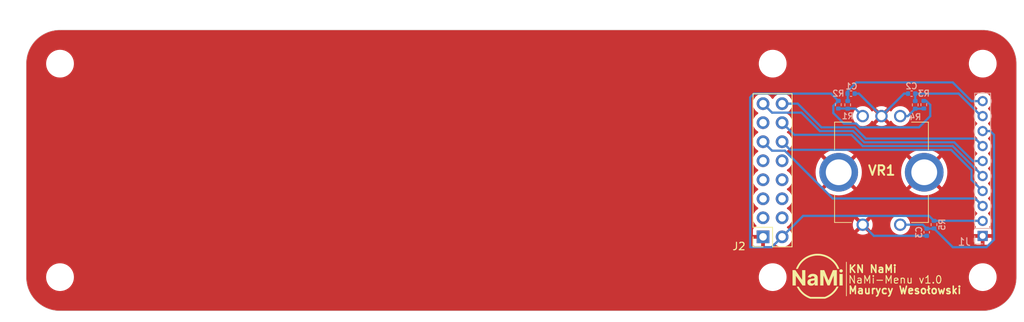
<source format=kicad_pcb>
(kicad_pcb (version 20240108) (generator "pcbnew") (generator_version "8.0")
  (layers (0 "F.Cu" signal) (31 "B.Cu" power) (34 "B.Paste" user) (35 "F.Paste" user) (36 "B.SilkS" user "B.Silkscreen") (37 "F.SilkS" user "F.Silkscreen") (38 "B.Mask" user) (39 "F.Mask" user) (44 "Edge.Cuts" user))
  (net 0 "")
  (net 1 "SIG A OUT")
  (net 2 "GND")
  (net 3 "SIG B OUT")
  (net 4 "S1")
  (net 5 "RESET")
  (net 6 "DC")
  (net 7 "SCLK")
  (net 8 "MOSI")
  (net 9 "CS")
  (net 19 "VCC")
  (net 20 "Net-(VR1-B)")
  (net 21 "Net-(VR1-A)")
  (footprint "Connector_PinSocket_2.54mm:PinSocket_2x08_P2.54mm_Vertical" (layer "F.Cu") (at 149.715238 127.619619 180)
    (property "Reference" "J2" (at 3.209241 -1.266431 0) (layer "F.SilkS"))
    (property "Value" "Conn_02x08_Odd_Even")
    (fp_line (start 1.33 1.27) (end 1.33 19.11) (stroke (width 0.12)) (layer "F.SilkS"))
    (fp_line (start 1.33 -1.33) (end 1.33 0) (stroke (width 0.12)) (layer "F.SilkS"))
    (fp_line (start 0 -1.33) (end 1.33 -1.33) (stroke (width 0.12)) (layer "F.SilkS"))
    (fp_line (start -1.27 1.27) (end 1.33 1.27) (stroke (width 0.12)) (layer "F.SilkS"))
    (fp_line (start -1.27 -1.33) (end -1.27 1.27) (stroke (width 0.12)) (layer "F.SilkS"))
    (fp_line (start -3.87 19.11) (end 1.33 19.11) (stroke (width 0.12)) (layer "F.SilkS"))
    (fp_line (start -3.87 -1.33) (end -1.27 -1.33) (stroke (width 0.12)) (layer "F.SilkS"))
    (fp_line (start -3.87 -1.33) (end -3.87 19.11) (stroke (width 0.12)) (layer "F.SilkS"))
    (pad "1" thru_hole rect (at 0 0 180) (size 1.7 1.7) (drill 1) (layers "*.Cu" "*.Mask") (net 2 "GND"))
    (pad "2" thru_hole oval (at -2.54 0 180) (size 1.7 1.7) (drill 1) (layers "*.Cu" "*.Mask") (net 19 "VCC"))
    (pad "3" thru_hole oval (at 0 2.54 180) (size 1.7 1.7) (drill 1) (layers "*.Cu" "*.Mask"))
    (pad "4" thru_hole oval (at -2.54 2.54 180) (size 1.7 1.7) (drill 1) (layers "*.Cu" "*.Mask"))
    (pad "5" thru_hole oval (at 0 5.08 180) (size 1.7 1.7) (drill 1) (layers "*.Cu" "*.Mask"))
    (pad "6" thru_hole oval (at -2.54 5.08 180) (size 1.7 1.7) (drill 1) (layers "*.Cu" "*.Mask"))
    (pad "7" thru_hole oval (at 0 7.62 180) (size 1.7 1.7) (drill 1) (layers "*.Cu" "*.Mask"))
    (pad "8" thru_hole oval (at -2.54 7.62 180) (size 1.7 1.7) (drill 1) (layers "*.Cu" "*.Mask"))
    (pad "9" thru_hole oval (at 0 10.16 180) (size 1.7 1.7) (drill 1) (layers "*.Cu" "*.Mask"))
    (pad "10" thru_hole oval (at -2.54 10.16 180) (size 1.7 1.7) (drill 1) (layers "*.Cu" "*.Mask"))
    (pad "11" thru_hole oval (at 0 12.7 180) (size 1.7 1.7) (drill 1) (layers "*.Cu" "*.Mask") (net 8 "MOSI"))
    (pad "12" thru_hole oval (at -2.54 12.7 180) (size 1.7 1.7) (drill 1) (layers "*.Cu" "*.Mask") (net 7 "SCLK"))
    (pad "13" thru_hole oval (at 0 15.24 180) (size 1.7 1.7) (drill 1) (layers "*.Cu" "*.Mask"))
    (pad "14" thru_hole oval (at -2.54 15.24 180) (size 1.7 1.7) (drill 1) (layers "*.Cu" "*.Mask") (net 6 "DC"))
    (pad "15" thru_hole oval (at 0 17.78 180) (size 1.7 1.7) (drill 1) (layers "*.Cu" "*.Mask") (net 5 "RESET"))
    (pad "16" thru_hole oval (at -2.54 17.78 180) (size 1.7 1.7) (drill 1) (layers "*.Cu" "*.Mask") (net 9 "CS"))
  )
  (footprint "MountingHole:MountingHole_3.2mm_M3" (layer "F.Cu") (at 179 133)
    (property "Reference" "H6" (hide yes))
    (property "Value" "MountingHole")
    (pad "" np_thru_hole circle (at 0 0) (size 3.2 3.2) (drill 3.2) (layers "*.Cu" "*.Mask"))
  )
  (footprint "MountingHole:MountingHole_3.2mm_M3" (layer "F.Cu") (at 151 133)
    (property "Reference" "H4" (hide yes))
    (property "Value" "MountingHole")
    (pad "" np_thru_hole circle (at 0 0) (size 3.2 3.2) (drill 3.2) (layers "*.Cu" "*.Mask"))
  )
  (footprint "MountingHole:MountingHole_3.2mm_M3" (layer "F.Cu") (at 56 104.5)
    (property "Reference" "H1" (hide yes))
    (property "Value" "MountingHole")
    (pad "" np_thru_hole circle (at 0 0) (size 3.2 3.2) (drill 3.2) (layers "*.Cu" "*.Mask"))
  )
  (footprint "Symbol:NaMi-logo" (layer "F.Cu") (at 156.99165 132.875231)
    (property "Reference" "G***" (hide yes))
    (property "Value" "LOGO" (hide yes))
    (fp_poly (pts (xy 3.337835 0.469408) (xy 3.339872 1.238439) (xy 3.124064 1.238439) (xy 2.908256 1.238439) (xy 2.910293 0.469408) (xy 2.912331 -0.299623) (xy 3.124064 -0.299623) (xy 3.335797 -0.299623)) (fill solid) (layer "F.SilkS"))
    (fp_poly (pts (xy 3.156049 -0.924579) (xy 3.208801 -0.911995) (xy 3.258058 -0.886694) (xy 3.284805 -0.865254) (xy 3.322237 -0.822943) (xy 3.345169 -0.778376) (xy 3.35505 -0.728361) (xy 3.355694 -0.709194) (xy 3.348207 -0.653796) (xy 3.327279 -0.603964) (xy 3.29494 -0.561262) (xy 3.253219 -0.527254) (xy 3.204146 -0.503502) (xy 3.14975 -0.49157) (xy 3.09206 -0.493022) (xy 3.078259 -0.495471) (xy 3.021509 -0.514347) (xy 2.973632 -0.544443) (xy 2.93591 -0.583765) (xy 2.909624 -0.630322) (xy 2.896054 -0.682121) (xy 2.896482 -0.737169) (xy 2.903091 -0.767912) (xy 2.925458 -0.818544) (xy 2.959003 -0.860199) (xy 3.00128 -0.892253) (xy 3.049843 -0.914084) (xy 3.102248 -0.925067)) (fill solid) (layer "F.SilkS"))
    (fp_poly (pts (xy -2.93839 -0.767768) (xy -2.928866 -0.754226) (xy -2.911033 -0.728521) (xy -2.885599 -0.691682) (xy -2.853272 -0.644741) (xy -2.814758 -0.588726) (xy -2.770765 -0.524669) (xy -2.722 -0.4536) (xy -2.669172 -0.376548) (xy -2.612988 -0.294544) (xy -2.554154 -0.208617) (xy -2.496855 -0.124879) (xy -2.436916 -0.037412) (xy -2.379417 0.046193) (xy -2.325011 0.125005) (xy -2.27435 0.198091) (xy -2.228088 0.264519) (xy -2.186876 0.323359) (xy -2.151369 0.373677) (xy -2.122218 0.414542) (xy -2.100077 0.445021) (xy -2.085598 0.464184) (xy -2.079434 0.471097) (xy -2.07938 0.471106) (xy -2.077504 0.468172) (xy -2.075863 0.458673) (xy -2.074442 0.441743) (xy -2.07323 0.416517) (xy -2.072211 0.38213) (xy -2.071374 0.337714) (xy -2.070704 0.282406) (xy -2.070188 0.215339) (xy -2.069812 0.135648) (xy -2.069563 0.042467) (xy -2.069429 -0.06507) (xy -2.069393 -0.171784) (xy -2.069393 -0.814974) (xy -1.853665 -0.814974) (xy -1.637937 -0.814974) (xy -1.637937 0.211733) (xy -1.637937 1.238439) (xy -1.827698 1.238048) (xy -2.017458 1.237657) (xy -2.4609 0.594158) (xy -2.904341 -0.049341) (xy -2.906386 0.594549) (xy -2.908431 1.238439) (xy -3.128107 1.238439) (xy -3.347782 1.238439) (xy -3.347782 0.211733) (xy -3.347782 -0.814974) (xy -3.160111 -0.814974) (xy -2.972439 -0.814974)) (fill solid) (layer "F.SilkS"))
    (fp_poly (pts (xy -2.476681 1.46815) (xy -2.443664 1.524956) (xy -2.403011 1.590046) (xy -2.357382 1.659483) (xy -2.309434 1.729328) (xy -2.261825 1.795642) (xy -2.217215 1.854489) (xy -2.20838 1.865649) (xy -2.172186 1.908713) (xy -2.126807 1.959199) (xy -2.074847 2.014498) (xy -2.018905 2.071999) (xy -1.961582 2.129091) (xy -1.90548 2.183164) (xy -1.8532 2.231606) (xy -1.807342 2.271809) (xy -1.787322 2.288253) (xy -1.610677 2.419142) (xy -1.427885 2.535297) (xy -1.238976 2.636699) (xy -1.048033 2.721706) (xy -0.94152 2.764517) (xy 0.003995 2.764517) (xy 0.94951 2.764517) (xy 1.056022 2.721711) (xy 1.248968 2.635627) (xy 1.434423 2.535688) (xy 1.611661 2.422516) (xy 1.779958 2.296733) (xy 1.938587 2.158962) (xy 2.086823 2.009825) (xy 2.223941 1.849944) (xy 2.349215 1.679941) (xy 2.443617 1.5317) (xy 2.464966 1.495211) (xy 2.484084 1.46152) (xy 2.499042 1.434094) (xy 2.507911 1.416401) (xy 2.508537 1.414946) (xy 2.518768 1.390248) (xy 2.653627 1.390248) (xy 2.698033 1.390506) (xy 2.736283 1.39122) (xy 2.765776 1.392301) (xy 2.783907 1.393661) (xy 2.788487 1.394848) (xy 2.785047 1.403292) (xy 2.775634 1.423137) (xy 2.761611 1.451585) (xy 2.744339 1.48584) (xy 2.740828 1.492725) (xy 2.6397 1.674733) (xy 2.526355 1.848459) (xy 2.399902 2.015101) (xy 2.259453 2.175858) (xy 2.152282 2.285579) (xy 1.990804 2.433636) (xy 1.822588 2.567673) (xy 1.646622 2.688333) (xy 1.461898 2.796257) (xy 1.267404 2.892089) (xy 1.071565 2.972929) (xy 0.988585 3.004215) (xy 0.000914 3.003816) (xy -0.986757 3.003417) (xy -1.058666 2.97722) (xy -1.2579 2.896204) (xy -1.451142 2.800782) (xy -1.637493 2.691695) (xy -1.816053 2.569683) (xy -1.985919 2.435487) (xy -2.146193 2.289849) (xy -2.295972 2.133509) (xy -2.434357 1.967208) (xy -2.560447 1.791687) (xy -2.627001 1.686927) (xy -2.651152 1.646232) (xy -2.676426 1.602178) (xy -2.701549 1.557149) (xy -2.725248 1.513529) (xy -2.746249 1.473702) (xy -2.76328 1.440052) (xy -2.775067 1.414963) (xy -2.780337 1.400819) (xy -2.780497 1.399511) (xy -2.775108 1.395745) (xy -2.758135 1.393028) (xy -2.728367 1.391272) (xy -2.684593 1.390392) (xy -2.650066 1.390248) (xy -2.519635 1.390248)) (fill solid) (layer "F.SilkS"))
    (fp_poly (pts (xy 0.055929 -2.993971) (xy 0.146336 -2.992007) (xy 0.224524 -2.989105) (xy 0.294245 -2.984879) (xy 0.359252 -2.978943) (xy 0.423295 -2.97091) (xy 0.490127 -2.960396) (xy 0.5635 -2.947013) (xy 0.619703 -2.935944) (xy 0.831949 -2.885207) (xy 1.038651 -2.819788) (xy 1.239167 -2.740219) (xy 1.432855 -2.647026) (xy 1.619071 -2.54074) (xy 1.797172 -2.421889) (xy 1.966517 -2.291003) (xy 2.126462 -2.14861) (xy 2.276366 -1.99524) (xy 2.415584 -1.831421) (xy 2.543475 -1.657682) (xy 2.659395 -1.474554) (xy 2.762703 -1.282564) (xy 2.843104 -1.105661) (xy 2.858587 -1.068138) (xy 2.87213 -1.034601) (xy 2.882348 -1.008531) (xy 2.887854 -0.99341) (xy 2.888058 -0.99275) (xy 2.893433 -0.974772) (xy 2.766499 -0.974772) (xy 2.639566 -0.974772) (xy 2.612876 -1.036694) (xy 2.52308 -1.225926) (xy 2.420621 -1.406043) (xy 2.304972 -1.577819) (xy 2.175607 -1.742026) (xy 2.031999 -1.899437) (xy 2.009666 -1.92204) (xy 1.851801 -2.069317) (xy 1.686065 -2.202696) (xy 1.512566 -2.322123) (xy 1.331418 -2.427544) (xy 1.142729 -2.518903) (xy 0.94661 -2.596147) (xy 0.743173 -2.659222) (xy 0.532528 -2.708072) (xy 0.351557 -2.737876) (xy 0.302968 -2.742952) (xy 0.24165 -2.747024) (xy 0.170822 -2.750072) (xy 0.093705 -2.752078) (xy 0.01352 -2.753022) (xy -0.066515 -2.752886) (xy -0.143178 -2.751651) (xy -0.21325 -2.749297) (xy -0.273511 -2.745805) (xy -0.315603 -2.741809) (xy -0.530347 -2.707808) (xy -0.739382 -2.659063) (xy -0.942199 -2.595874) (xy -1.138289 -2.518544) (xy -1.327142 -2.427373) (xy -1.508251 -2.322663) (xy -1.681105 -2.204716) (xy -1.845196 -2.073832) (xy -2.000014 -1.930313) (xy -2.145051 -1.774461) (xy -2.279797 -1.606576) (xy -2.315196 -1.558037) (xy -2.360621 -1.491178) (xy -2.408551 -1.414856) (xy -2.456972 -1.332702) (xy -2.503869 -1.248349) (xy -2.547229 -1.165427) (xy -2.585038 -1.08757) (xy -2.615282 -1.018409) (xy -2.617557 -1.012754) (xy -2.632683 -0.974832) (xy -2.762162 -0.974802) (xy -2.89164 -0.974772) (xy -2.872712 -1.024709) (xy -2.833493 -1.120947) (xy -2.786459 -1.224425) (xy -2.734107 -1.330179) (xy -2.678935 -1.433244) (xy -2.623441 -1.528656) (xy -2.601142 -1.564462) (xy -2.476099 -1.746231) (xy -2.339383 -1.917687) (xy -2.191709 -2.078353) (xy -2.033794 -2.227753) (xy -1.86635 -2.36541) (xy -1.690095 -2.490846) (xy -1.505742 -2.603585) (xy -1.314006 -2.703151) (xy -1.115603 -2.789065) (xy -0.911247 -2.860853) (xy -0.701653 -2.918035) (xy -0.515351 -2.955575) (xy -0.428015 -2.969334) (xy -0.346676 -2.979844) (xy -0.267387 -2.987371) (xy -0.186205 -2.99218) (xy -0.099183 -2.994537) (xy -0.002376 -2.994706)) (fill solid) (layer "F.SilkS"))
    (fp_poly (pts (xy 0.89126 -0.789114) (xy 0.896053 -0.777963) (xy 0.906439 -0.753125) (xy 0.921963 -0.715706) (xy 0.942171 -0.66681) (xy 0.966607 -0.607542) (xy 0.994817 -0.539007) (xy 1.026346 -0.462309) (xy 1.060739 -0.378554) (xy 1.097541 -0.288846) (xy 1.136298 -0.19429) (xy 1.173324 -0.103883) (xy 1.226521 0.025747) (xy 1.274319 0.141571) (xy 1.316665 0.243466) (xy 1.353507 0.331305) (xy 1.38479 0.404965) (xy 1.410462 0.46432) (xy 1.430469 0.509246) (xy 1.444759 0.539618) (xy 1.453277 0.55531) (xy 1.455427 0.557632) (xy 1.459308 0.554507) (xy 1.46602 0.543659) (xy 1.475874 0.524364) (xy 1.489185 0.495898) (xy 1.506267 0.457538) (xy 1.527432 0.408558) (xy 1.552994 0.348236) (xy 1.583267 0.275847) (xy 1.618564 0.190667) (xy 1.659198 0.091972) (xy 1.69758 -0.00165) (xy 1.735921 -0.0953) (xy 1.77367 -0.187478) (xy 1.810211 -0.276682) (xy 1.844929 -0.36141) (xy 1.877209 -0.440162) (xy 1.906436 -0.511437) (xy 1.931992 -0.573732) (xy 1.953265 -0.625547) (xy 1.969637 -0.66538) (xy 1.97942 -0.689132) (xy 2.031356 -0.814974) (xy 2.298062 -0.814974) (xy 2.564769 -0.814974) (xy 2.564769 0.211733) (xy 2.564769 1.238439) (xy 2.353035 1.238439) (xy 2.141302 1.238439) (xy 2.141302 0.575275) (xy 2.141232 0.473878) (xy 2.141027 0.377209) (xy 2.1407 0.286441) (xy 2.14026 0.202748) (xy 2.139718 0.127304) (xy 2.139085 0.061283) (xy 2.138371 0.005859) (xy 2.137587 -0.037794) (xy 2.136743 -0.068503) (xy 2.135851 -0.085093) (xy 2.13531 -0.087784) (xy 2.131528 -0.080518) (xy 2.122275 -0.059458) (xy 2.107984 -0.025659) (xy 2.089085 0.019825) (xy 2.066008 0.075938) (xy 2.039186 0.141625) (xy 2.009049 0.215829) (xy 1.976027 0.297496) (xy 1.940553 0.38557) (xy 1.903056 0.478997) (xy 1.866099 0.571386) (xy 1.602881 1.23045) (xy 1.457404 1.23045) (xy 1.311928 1.23045) (xy 1.050469 0.573277) (xy 1.011597 0.475683) (xy 0.974316 0.3823) (xy 0.939061 0.294201) (xy 0.906265 0.212461) (xy 0.87636 0.138151) (xy 0.849782 0.072347) (xy 0.826963 0.016121) (xy 0.808336 -0.029453) (xy 0.794336 -0.063302) (xy 0.785396 -0.084351) (xy 0.782017 -0.091485) (xy 0.78089 -0.084918) (xy 0.779831 -0.063373) (xy 0.778848 -0.027855) (xy 0.777954 0.020635) (xy 0.777159 0.081093) (xy 0.776473 0.152517) (xy 0.775907 0.233903) (xy 0.775472 0.32425) (xy 0.775178 0.422553) (xy 0.775035 0.527811) (xy 0.775023 0.569682) (xy 0.775023 1.238439) (xy 0.559265 1.238439) (xy 0.343506 1.238439) (xy 0.345534 0.21373) (xy 0.347562 -0.810979) (xy 0.613305 -0.813084) (xy 0.879048 -0.815189)) (fill solid) (layer "F.SilkS"))
    (fp_poly (pts (xy -0.546734 -0.31411) (xy -0.446166 -0.299994) (xy -0.351195 -0.276162) (xy -0.264886 -0.242805) (xy -0.231708 -0.225862) (xy -0.188626 -0.197389) (xy -0.144126 -0.160148) (xy -0.102166 -0.1181) (xy -0.066703 -0.075206) (xy -0.041961 -0.035955) (xy -0.032007 -0.016413) (xy -0.023371 0.000833) (xy -0.015953 0.017017) (xy -0.009656 0.033374) (xy -0.004381 0.051137) (xy -0.000031 0.07154) (xy 0.003493 0.095818) (xy 0.006289 0.125205) (xy 0.008455 0.160934) (xy 0.010089 0.20424) (xy 0.011289 0.256357) (xy 0.012154 0.318519) (xy 0.012782 0.391959) (xy 0.01327 0.477913) (xy 0.013717 0.577613) (xy 0.014116 0.669157) (xy 0.016676 1.238439) (xy -0.187415 1.238439) (xy -0.391507 1.238439) (xy -0.391507 1.13457) (xy -0.391952 1.095932) (xy -0.393171 1.06381) (xy -0.394987 1.041172) (xy -0.397223 1.030985) (xy -0.39768 1.030701) (xy -0.40502 1.037066) (xy -0.415684 1.052913) (xy -0.418889 1.058622) (xy -0.449983 1.10285) (xy -0.493674 1.145978) (xy -0.546631 1.185619) (xy -0.605522 1.219382) (xy -0.667017 1.244878) (xy -0.687134 1.251021) (xy -0.726658 1.258793) (xy -0.777009 1.264072) (xy -0.833216 1.266737) (xy -0.890303 1.266668) (xy -0.943297 1.263747) (xy -0.985406 1.258204) (xy -1.07125 1.235259) (xy -1.148124 1.201002) (xy -1.214721 1.156217) (xy -1.269737 1.101691) (xy -1.290056 1.074646) (xy -1.317678 1.027822) (xy -1.337984 0.977638) (xy -1.352523 0.919575) (xy -1.360349 0.869918) (xy -1.363888 0.799849) (xy -1.361749 0.774812) (xy -0.950645 0.774812) (xy -0.949941 0.819167) (xy -0.936955 0.862017) (xy -0.912029 0.900906) (xy -0.875505 0.93338) (xy -0.834223 0.954633) (xy -0.810181 0.960817) (xy -0.776779 0.9641) (xy -0.731206 0.964714) (xy -0.715099 0.964421) (xy -0.673294 0.962924) (xy -0.642753 0.960203) (xy -0.618768 0.955435) (xy -0.596629 0.947799) (xy -0.581381 0.941087) (xy -0.534367 0.912524) (xy -0.490281 0.873506) (xy -0.454153 0.828915) (xy -0.439105 0.802988) (xy -0.431178 0.785374) (xy -0.425563 0.767879) (xy -0.421763 0.747071) (xy -0.419282 0.719516) (xy -0.417624 0.681781) (xy -0.416701 0.64803) (xy -0.415726 0.603151) (xy -0.415498 0.571967) (xy -0.416269 0.552198) (xy -0.418289 0.541568) (xy -0.421809 0.537799) (xy -0.42708 0.538612) (xy -0.428685 0.539257) (xy -0.464641 0.551753) (xy -0.513368 0.564649) (xy -0.571699 0.577209) (xy -0.636467 0.588694) (xy -0.65018 0.590838) (xy -0.712177 0.600993) (xy -0.761143 0.610798) (xy -0.799983 0.621108) (xy -0.831601 0.632778) (xy -0.858901 0.646665) (xy -0.875649 0.657246) (xy -0.913841 0.691397) (xy -0.938726 0.731403) (xy -0.950645 0.774812) (xy -1.361749 0.774812) (xy -1.357712 0.727552) (xy -1.34264 0.658657) (xy -1.321675 0.60324) (xy -1.287788 0.548896) (xy -1.241199 0.497794) (xy -1.185184 0.453097) (xy -1.136521 0.424447) (xy -1.094112 0.404521) (xy -1.051466 0.387717) (xy -1.006048 0.373436) (xy -0.955326 0.361076) (xy -0.896765 0.350035) (xy -0.827831 0.339714) (xy -0.74599 0.329511) (xy -0.727084 0.327345) (xy -0.658906 0.319335) (xy -0.604481 0.312182) (xy -0.561631 0.305473) (xy -0.52818 0.298798) (xy -0.501951 0.291744) (xy -0.480767 0.283901) (xy -0.469573 0.278644) (xy -0.439296 0.256385) (xy -0.422105 0.226321) (xy -0.41737 0.187109) (xy -0.418677 0.169782) (xy -0.431532 0.11487) (xy -0.45599 0.070754) (xy -0.492163 0.037349) (xy -0.540164 0.014572) (xy -0.600107 0.002339) (xy -0.647004 0) (xy -0.717275 0.005722) (xy -0.777012 0.023138) (xy -0.826963 0.052623) (xy -0.867874 0.094553) (xy -0.884619 0.119376) (xy -0.898452 0.142818) (xy -0.908643 0.160823) (xy -0.912584 0.168599) (xy -0.920604 0.169343) (xy -0.941918 0.168887) (xy -0.973901 0.167419) (xy -1.013929 0.165129) (xy -1.059376 0.162208) (xy -1.107618 0.158845) (xy -1.156029 0.155231) (xy -1.201985 0.151554) (xy -1.24286 0.148006) (xy -1.276029 0.144775) (xy -1.298868 0.142052) (xy -1.308752 0.140027) (xy -1.308877 0.139931) (xy -1.309227 0.129717) (xy -1.30388 0.108262) (xy -1.293942 0.07878) (xy -1.280519 0.044491) (xy -1.264716 0.00861) (xy -1.261134 0.001039) (xy -1.218528 -0.069838) (xy -1.16245 -0.134266) (xy -1.094606 -0.19079) (xy -1.016704 -0.237953) (xy -0.943674 -0.26966) (xy -0.85137 -0.296287) (xy -0.752402 -0.312446) (xy -0.649835 -0.318324)) (fill solid) (layer "F.SilkS"))
  )
  (footprint "MountingHole:MountingHole_3.2mm_M3" (layer "F.Cu") (at 179 104.5)
    (property "Reference" "H5" (hide yes))
    (property "Value" "MountingHole")
    (pad "" np_thru_hole circle (at 0 0) (size 3.2 3.2) (drill 3.2) (layers "*.Cu" "*.Mask"))
  )
  (footprint "MountingHole:MountingHole_3.2mm_M3" (layer "F.Cu") (at 151 104.5)
    (property "Reference" "H3" (hide yes))
    (property "Value" "MountingHole" (hide yes))
    (pad "" np_thru_hole circle (at 0 0) (size 3.2 3.2) (drill 3.2) (layers "*.Cu" "*.Mask"))
  )
  (footprint "Library:PEC11R4220FS0024" (layer "F.Cu") (at 168 126 180)
    (property "Reference" "VR1" (at 2.46832 7.235257 180) (layer "F.SilkS") (effects (font (size 1.27 1.27) (thickness 0.254))))
    (property "Value" "ENCODER" (hide yes))
    (fp_line (start 8.75 13.7) (end 8.75 10) (stroke (width 0.1)) (layer "F.SilkS"))
    (fp_line (start 8.75 0.3) (end 8.75 4) (stroke (width 0.1)) (layer "F.SilkS"))
    (fp_line (start 6.5 13.7) (end 8.75 13.7) (stroke (width 0.1)) (layer "F.SilkS"))
    (fp_line (start 6.5 0.3) (end 8.75 0.3) (stroke (width 0.1)) (layer "F.SilkS"))
    (fp_line (start -3.75 13.7) (end -1.5 13.7) (stroke (width 0.1)) (layer "F.SilkS"))
    (fp_line (start -3.75 10) (end -3.75 13.7) (stroke (width 0.1)) (layer "F.SilkS"))
    (fp_line (start -3.75 4) (end -3.75 0.3) (stroke (width 0.1)) (layer "F.SilkS"))
    (fp_line (start -3.75 0.3) (end -1.5 0.3) (stroke (width 0.1)) (layer "F.SilkS"))
    (pad "1" thru_hole circle (at 0 0 180) (size 1.65 1.65) (drill 1.1) (layers "*.Cu" "*.Mask") (net 4 "S1"))
    (pad "2" thru_hole circle (at 5 0 180) (size 1.65 1.65) (drill 1.1) (layers "*.Cu" "*.Mask") (net 2 "GND"))
    (pad "A1" thru_hole circle (at 0 14.5 180) (size 1.65 1.65) (drill 1.1) (layers "*.Cu" "*.Mask") (net 21 "Net-(VR1-A)"))
    (pad "B1" thru_hole circle (at 5 14.5 180) (size 1.65 1.65) (drill 1.1) (layers "*.Cu" "*.Mask") (net 20 "Net-(VR1-B)"))
    (pad "C1" thru_hole circle (at 2.5 14.5 180) (size 1.65 1.65) (drill 1.1) (layers "*.Cu" "*.Mask") (net 2 "GND"))
    (pad "MH1" thru_hole circle (at -3.2 7 180) (size 5.161 5.161) (drill 3.4409) (layers "*.Cu" "*.Mask") (net 2 "GND"))
    (pad "MH2" thru_hole circle (at 8.2 7 180) (size 5.161 5.161) (drill 3.4409) (layers "*.Cu" "*.Mask") (net 2 "GND"))
  )
  (footprint "MountingHole:MountingHole_3.2mm_M3" (layer "F.Cu") (at 56 133)
    (property "Reference" "H2" (hide yes))
    (property "Value" "MountingHole")
    (pad "" np_thru_hole circle (at 0 0) (size 3.2 3.2) (drill 3.2) (layers "*.Cu" "*.Mask"))
  )
  (footprint "Capacitor_SMD:C_0402_1005Metric" (layer "B.Cu") (at 171.529178 127.005302 -90)
    (property "Reference" "C3" (at 0 1.029178 90) (layer "B.SilkS") (effects (font (size 0.8 0.8)) (justify mirror)))
    (property "Value" "100n")
    (fp_line (start 0.107836 0.36) (end -0.107836 0.36) (stroke (width 0.12)) (layer "B.SilkS"))
    (fp_line (start 0.107836 -0.36) (end -0.107836 -0.36) (stroke (width 0.12)) (layer "B.SilkS"))
    (pad "1" smd roundrect (at -0.48 0 270) (size 0.56 0.62) (layers "B.Cu" "B.Paste" "B.Mask") (net 4 "S1"))
    (pad "2" smd roundrect (at 0.48 0 270) (size 0.56 0.62) (layers "B.Cu" "B.Paste" "B.Mask") (net 2 "GND"))
  )
  (footprint "Resistor_SMD:R_0402_1005Metric" (layer "B.Cu") (at 171.144269 109.977162 -90)
    (property "Reference" "R3" (at -1.5 0 0) (layer "B.SilkS") (effects (font (size 0.8 0.8)) (justify mirror)))
    (property "Value" "10k")
    (fp_line (start 0.153641 0.38) (end -0.153641 0.38) (stroke (width 0.12)) (layer "B.SilkS"))
    (fp_line (start 0.153641 -0.38) (end -0.153641 -0.38) (stroke (width 0.12)) (layer "B.SilkS"))
    (pad "1" smd roundrect (at -0.51 0 270) (size 0.54 0.64) (layers "B.Cu" "B.Paste" "B.Mask") (net 19 "VCC"))
    (pad "2" smd roundrect (at 0.51 0 270) (size 0.54 0.64) (layers "B.Cu" "B.Paste" "B.Mask") (net 21 "Net-(VR1-A)"))
  )
  (footprint "Resistor_SMD:R_0402_1005Metric" (layer "B.Cu") (at 159.749563 109.977162 -90)
    (property "Reference" "R2" (at -1.5 0 180) (layer "B.SilkS") (effects (font (size 0.8 0.8)) (justify mirror)))
    (property "Value" "10k")
    (fp_line (start 0.153641 0.38) (end -0.153641 0.38) (stroke (width 0.12)) (layer "B.SilkS"))
    (fp_line (start 0.153641 -0.38) (end -0.153641 -0.38) (stroke (width 0.12)) (layer "B.SilkS"))
    (pad "1" smd roundrect (at -0.51 0 270) (size 0.54 0.64) (layers "B.Cu" "B.Paste" "B.Mask") (net 19 "VCC"))
    (pad "2" smd roundrect (at 0.51 0 270) (size 0.54 0.64) (layers "B.Cu" "B.Paste" "B.Mask") (net 20 "Net-(VR1-B)"))
  )
  (footprint "Resistor_SMD:R_0402_1005Metric" (layer "B.Cu") (at 161 110 90)
    (property "Reference" "R1" (at -1.5 0 0) (layer "B.SilkS") (effects (font (size 0.8 0.8)) (justify mirror)))
    (property "Value" "10k")
    (fp_line (start 0.153641 -0.38) (end -0.153641 -0.38) (stroke (width 0.12)) (layer "B.SilkS"))
    (fp_line (start 0.153641 0.38) (end -0.153641 0.38) (stroke (width 0.12)) (layer "B.SilkS"))
    (pad "1" smd roundrect (at -0.51 0 90) (size 0.54 0.64) (layers "B.Cu" "B.Paste" "B.Mask") (net 20 "Net-(VR1-B)"))
    (pad "2" smd roundrect (at 0.51 0 90) (size 0.54 0.64) (layers "B.Cu" "B.Paste" "B.Mask") (net 3 "SIG B OUT"))
  )
  (footprint "Resistor_SMD:R_0402_1005Metric" (layer "B.Cu") (at 172.5 125.99 -90)
    (property "Reference" "R5" (at -0.010295 -1.089627 90) (layer "B.SilkS") (effects (font (size 0.8 0.8)) (justify mirror)))
    (property "Value" "10k")
    (fp_line (start 0.153641 0.38) (end -0.153641 0.38) (stroke (width 0.12)) (layer "B.SilkS"))
    (fp_line (start 0.153641 -0.38) (end -0.153641 -0.38) (stroke (width 0.12)) (layer "B.SilkS"))
    (pad "1" smd roundrect (at -0.51 0 270) (size 0.54 0.64) (layers "B.Cu" "B.Paste" "B.Mask") (net 19 "VCC"))
    (pad "2" smd roundrect (at 0.51 0 270) (size 0.54 0.64) (layers "B.Cu" "B.Paste" "B.Mask") (net 4 "S1"))
  )
  (footprint "Capacitor_SMD:C_0402_1005Metric" (layer "B.Cu") (at 169.52 108.5 180)
    (property "Reference" "C2" (at 0.02 1 180) (layer "B.SilkS") (effects (font (size 0.8 0.8)) (justify mirror)))
    (property "Value" "10n")
    (fp_line (start 0.107836 0.36) (end -0.107836 0.36) (stroke (width 0.12)) (layer "B.SilkS"))
    (fp_line (start 0.107836 -0.36) (end -0.107836 -0.36) (stroke (width 0.12)) (layer "B.SilkS"))
    (pad "1" smd roundrect (at -0.48 0 180) (size 0.56 0.62) (layers "B.Cu" "B.Paste" "B.Mask") (net 1 "SIG A OUT"))
    (pad "2" smd roundrect (at 0.48 0 180) (size 0.56 0.62) (layers "B.Cu" "B.Paste" "B.Mask") (net 2 "GND"))
  )
  (footprint "Connector_PinHeader_2.00mm:PinHeader_1x10_P2.00mm_Vertical" (layer "B.Cu") (at 178.987828 127.5)
    (property "Reference" "J1" (at -2.444403 0.792425 0) (layer "B.SilkS") (effects (justify mirror)))
    (property "Value" "Conn_01x10")
    (fp_line (start -1.06 -19.06) (end -1.06 -1) (stroke (width 0.12)) (layer "B.SilkS"))
    (fp_line (start -1.06 1.06) (end -1.06 0) (stroke (width 0.12)) (layer "B.SilkS"))
    (fp_line (start 0 1.06) (end -1.06 1.06) (stroke (width 0.12)) (layer "B.SilkS"))
    (fp_line (start 1.06 -19.06) (end -1.06 -19.06) (stroke (width 0.12)) (layer "B.SilkS"))
    (fp_line (start 1.06 -19.06) (end 1.06 -1) (stroke (width 0.12)) (layer "B.SilkS"))
    (fp_line (start 1.06 -1) (end -1.06 -1) (stroke (width 0.12)) (layer "B.SilkS"))
    (pad "1" thru_hole rect (at 0 0) (size 1.35 1.35) (drill 0.8) (layers "*.Cu" "*.Mask") (net 2 "GND"))
    (pad "2" thru_hole oval (at 0 -2) (size 1.35 1.35) (drill 0.8) (layers "*.Cu" "*.Mask") (net 19 "VCC"))
    (pad "3" thru_hole oval (at 0 -4) (size 1.35 1.35) (drill 0.8) (layers "*.Cu" "*.Mask") (net 8 "MOSI"))
    (pad "4" thru_hole oval (at 0 -6) (size 1.35 1.35) (drill 0.8) (layers "*.Cu" "*.Mask") (net 7 "SCLK"))
    (pad "5" thru_hole oval (at 0 -8) (size 1.35 1.35) (drill 0.8) (layers "*.Cu" "*.Mask") (net 6 "DC"))
    (pad "6" thru_hole oval (at 0 -10) (size 1.35 1.35) (drill 0.8) (layers "*.Cu" "*.Mask") (net 5 "RESET"))
    (pad "7" thru_hole oval (at 0 -12) (size 1.35 1.35) (drill 0.8) (layers "*.Cu" "*.Mask") (net 9 "CS"))
    (pad "8" thru_hole oval (at 0 -14) (size 1.35 1.35) (drill 0.8) (layers "*.Cu" "*.Mask") (net 4 "S1"))
    (pad "9" thru_hole oval (at 0 -16) (size 1.35 1.35) (drill 0.8) (layers "*.Cu" "*.Mask") (net 1 "SIG A OUT"))
    (pad "10" thru_hole oval (at 0 -18) (size 1.35 1.35) (drill 0.8) (layers "*.Cu" "*.Mask") (net 3 "SIG B OUT"))
  )
  (footprint "Capacitor_SMD:C_0402_1005Metric" (layer "B.Cu") (at 161.447175 108.5)
    (property "Reference" "C1" (at 0.049687 -0.977163 180) (layer "B.SilkS") (effects (font (size 0.8 0.8)) (justify mirror)))
    (property "Value" "10n")
    (fp_line (start 0.107836 -0.36) (end -0.107836 -0.36) (stroke (width 0.12)) (layer "B.SilkS"))
    (fp_line (start 0.107836 0.36) (end -0.107836 0.36) (stroke (width 0.12)) (layer "B.SilkS"))
    (pad "1" smd roundrect (at -0.48 0) (size 0.56 0.62) (layers "B.Cu" "B.Paste" "B.Mask") (net 3 "SIG B OUT"))
    (pad "2" smd roundrect (at 0.48 0) (size 0.56 0.62) (layers "B.Cu" "B.Paste" "B.Mask") (net 2 "GND"))
  )
  (footprint "Resistor_SMD:R_0402_1005Metric" (layer "B.Cu") (at 170 110 -90)
    (property "Reference" "R4" (at 1.616807 0 0) (layer "B.SilkS") (effects (font (size 0.8 0.8)) (justify mirror)))
    (property "Value" "10k" (hide yes))
    (fp_line (start 0.153641 0.38) (end -0.153641 0.38) (stroke (width 0.12)) (layer "B.SilkS"))
    (fp_line (start 0.153641 -0.38) (end -0.153641 -0.38) (stroke (width 0.12)) (layer "B.SilkS"))
    (pad "1" smd roundrect (at -0.51 0 270) (size 0.54 0.64) (layers "B.Cu" "B.Paste" "B.Mask") (net 1 "SIG A OUT"))
    (pad "2" smd roundrect (at 0.51 0 270) (size 0.54 0.64) (layers "B.Cu" "B.Paste" "B.Mask") (net 21 "Net-(VR1-A)"))
  )
  (gr_line (start 160.8205 131) (end 160.8205 135.5) (stroke (width 0.1)) (layer "F.SilkS"))
  (gr_line (start 183.5 104.5) (end 183.5 133) (stroke (width 0.05)) (layer "Edge.Cuts"))
  (gr_arc (start 51.5 104.5) (mid 52.818019 101.318019) (end 56 100) (stroke (width 0.05)) (layer "Edge.Cuts"))
  (gr_arc (start 183.5 133) (mid 182.181981 136.181981) (end 179 137.5) (stroke (width 0.05)) (layer "Edge.Cuts"))
  (gr_line (start 179 137.5) (end 56 137.5) (stroke (width 0.05)) (layer "Edge.Cuts"))
  (gr_arc (start 56 137.5) (mid 52.818019 136.181981) (end 51.5 133) (stroke (width 0.05)) (layer "Edge.Cuts"))
  (gr_line (start 51.5 133) (end 51.5 104.5) (stroke (width 0.05)) (layer "Edge.Cuts"))
  (gr_arc (start 179 100) (mid 182.181981 101.318019) (end 183.5 104.5) (stroke (width 0.05)) (layer "Edge.Cuts"))
  (gr_line (start 56 100) (end 179 100) (stroke (width 0.05)) (layer "Edge.Cuts"))
  (gr_text "Maurycy Wesołowski" (at 160.987885 135.327261 0) (layer "F.SilkS") (effects (font (size 1 1) (thickness 0.2) (bold yes)) (justify left bottom)))
  (gr_text "NaMi-Menu v1.0" (at 160.994451 133.928795 0) (layer "F.SilkS") (effects (font (size 1 1) (thickness 0.125)) (justify left bottom)))
  (gr_text "KN NaMi" (at 161 132.5 0) (layer "F.SilkS") (effects (font (size 1 1) (thickness 0.2) (bold yes)) (justify left bottom)))
  (segment (start 178.792894 111.5) (end 178.987828 111.5) (width 0.3) (layer "B.Cu") (net 1))
  (segment (start 170 108.5) (end 175.792894 108.5) (width 0.3) (layer "B.Cu") (net 1))
  (segment (start 175.792894 108.5) (end 178.792894 111.5) (width 0.3) (layer "B.Cu") (net 1))
  (segment (start 170 109.49) (end 170 108.5) (width 0.3) (layer "B.Cu") (net 1))
  (segment (start 164.485302 127.485302) (end 163 126) (width 0.3) (layer "B.Cu") (net 2))
  (segment (start 168.5 108.5) (end 165.5 111.5) (width 0.3) (layer "B.Cu") (net 2))
  (segment (start 171.529178 127.485302) (end 164.485302 127.485302) (width 0.3) (layer "B.Cu") (net 2))
  (segment (start 169.04 108.5) (end 168.5 108.5) (width 0.3) (layer "B.Cu") (net 2))
  (segment (start 162.5 108.5) (end 165.5 111.5) (width 0.3) (layer "B.Cu") (net 2))
  (segment (start 161.927175 108.5) (end 162.5 108.5) (width 0.3) (layer "B.Cu") (net 2))
  (segment (start 161 108.532825) (end 160.967175 108.5) (width 0.3) (layer "B.Cu") (net 3))
  (segment (start 160.967175 108.5) (end 160.967175 108.190001) (width 0.3) (layer "B.Cu") (net 3))
  (segment (start 162.157176 107) (end 175 107) (width 0.3) (layer "B.Cu") (net 3))
  (segment (start 161 109.49) (end 161 108.532825) (width 0.3) (layer "B.Cu") (net 3))
  (segment (start 160.967175 108.190001) (end 162.157176 107) (width 0.3) (layer "B.Cu") (net 3))
  (segment (start 175 107) (end 177.5 109.5) (width 0.3) (layer "B.Cu") (net 3))
  (segment (start 177.5 109.5) (end 178.987828 109.5) (width 0.3) (layer "B.Cu") (net 3))
  (segment (start 179.5 129) (end 180.5 128) (width 0.3) (layer "B.Cu") (net 4))
  (segment (start 171.529178 126.525302) (end 172.474698 126.525302) (width 0.3) (layer "B.Cu") (net 4))
  (segment (start 179.993914 113.5) (end 178.987828 113.5) (width 0.3) (layer "B.Cu") (net 4))
  (segment (start 175 129) (end 179.5 129) (width 0.3) (layer "B.Cu") (net 4))
  (segment (start 168 126) (end 171.003876 126) (width 0.3) (layer "B.Cu") (net 4))
  (segment (start 180.5 128) (end 180.5 114.006086) (width 0.3) (layer "B.Cu") (net 4))
  (segment (start 172.5 126.5) (end 175 129) (width 0.3) (layer "B.Cu") (net 4))
  (segment (start 171.003876 126) (end 171.529178 126.525302) (width 0.3) (layer "B.Cu") (net 4))
  (segment (start 172.474698 126.525302) (end 172.5 126.5) (width 0.3) (layer "B.Cu") (net 4))
  (segment (start 180.5 114.006086) (end 179.993914 113.5) (width 0.3) (layer "B.Cu") (net 4))
  (segment (start 149.715238 109.839619) (end 150.915238 111.039619) (width 0.3) (layer "B.Cu") (net 5))
  (segment (start 154.832512 111.039619) (end 157.292893 113.5) (width 0.3) (layer "B.Cu") (net 5))
  (segment (start 157.292893 113.5) (end 161.707106 113.5) (width 0.3) (layer "B.Cu") (net 5))
  (segment (start 163.207106 115) (end 175.20102 115) (width 0.3) (layer "B.Cu") (net 5))
  (segment (start 177.70102 117.5) (end 178.987828 117.5) (width 0.3) (layer "B.Cu") (net 5))
  (segment (start 175.20102 115) (end 177.70102 117.5) (width 0.3) (layer "B.Cu") (net 5))
  (segment (start 150.915238 111.039619) (end 154.832512 111.039619) (width 0.3) (layer "B.Cu") (net 5))
  (segment (start 161.707106 113.5) (end 163.207106 115) (width 0.3) (layer "B.Cu") (net 5))
  (segment (start 174.993914 115.5) (end 178.987828 119.493914) (width 0.3) (layer "B.Cu") (net 6))
  (segment (start 161.5 114) (end 163 115.5) (width 0.3) (layer "B.Cu") (net 6))
  (segment (start 152.255238 112.379619) (end 153.875619 114) (width 0.3) (layer "B.Cu") (net 6))
  (segment (start 153.875619 114) (end 161.5 114) (width 0.3) (layer "B.Cu") (net 6))
  (segment (start 163 115.5) (end 174.993914 115.5) (width 0.3) (layer "B.Cu") (net 6))
  (segment (start 178.987828 119.493914) (end 178.987828 119.5) (width 0.3) (layer "B.Cu") (net 6))
  (segment (start 174.786808 116) (end 177.5 118.713192) (width 0.3) (layer "B.Cu") (net 7))
  (segment (start 177.5 118.713192) (end 177.5 120.012172) (width 0.3) (layer "B.Cu") (net 7))
  (segment (start 152.255238 114.919619) (end 153.335619 116) (width 0.3) (layer "B.Cu") (net 7))
  (segment (start 178.747181 122) (end 178.987828 121.759353) (width 0.3) (layer "B.Cu") (net 7))
  (segment (start 153.335619 116) (end 174.786808 116) (width 0.3) (layer "B.Cu") (net 7))
  (segment (start 177.5 120.012172) (end 178.987828 121.5) (width 0.3) (layer "B.Cu") (net 7))
  (segment (start 177.987828 122.5) (end 178.987828 123.5) (width 0.3) (layer "B.Cu") (net 8))
  (segment (start 149.715238 114.919619) (end 150.915238 116.119619) (width 0.3) (layer "B.Cu") (net 8))
  (segment (start 152.619619 116.119619) (end 159 122.5) (width 0.3) (layer "B.Cu") (net 8))
  (segment (start 159 122.5) (end 177.987828 122.5) (width 0.3) (layer "B.Cu") (net 8))
  (segment (start 150.915238 116.119619) (end 152.619619 116.119619) (width 0.3) (layer "B.Cu") (net 8))
  (segment (start 177.987828 114.5) (end 178.987828 115.5) (width 0.3) (layer "B.Cu") (net 9))
  (segment (start 154.339619 109.839619) (end 157.5 113) (width 0.3) (layer "B.Cu") (net 9))
  (segment (start 152.255238 109.839619) (end 154.339619 109.839619) (width 0.3) (layer "B.Cu") (net 9))
  (segment (start 157.5 113) (end 161.914213 113) (width 0.3) (layer "B.Cu") (net 9))
  (segment (start 163.414213 114.5) (end 177.987828 114.5) (width 0.3) (layer "B.Cu") (net 9))
  (segment (start 161.914213 113) (end 163.414213 114.5) (width 0.3) (layer "B.Cu") (net 9))
  (segment (start 148 129) (end 148 109) (width 0.3) (layer "B.Cu") (net 19))
  (segment (start 159.079563 110.137162) (end 159.079563 111.079563) (width 0.3) (layer "B.Cu") (net 19))
  (segment (start 159.749563 109.467162) (end 159.079563 110.137162) (width 0.3) (layer "B.Cu") (net 19))
  (segment (start 172 111.5) (end 172 110) (width 0.3) (layer "B.Cu") (net 19))
  (segment (start 171.845 124.825) (end 172.5 125.48) (width 0.3) (layer "B.Cu") (net 19))
  (segment (start 172.5 125.48) (end 178.967828 125.48) (width 0.3) (layer "B.Cu") (net 19))
  (segment (start 159.079563 111.079563) (end 160.5 112.5) (width 0.3) (layer "B.Cu") (net 19))
  (segment (start 150.874857 129) (end 148 129) (width 0.3) (layer "B.Cu") (net 19))
  (segment (start 148 109) (end 148.5 108.5) (width 0.3) (layer "B.Cu") (net 19))
  (segment (start 172 110) (end 171.467162 109.467162) (width 0.3) (layer "B.Cu") (net 19))
  (segment (start 158.782401 108.5) (end 159.749563 109.467162) (width 0.3) (layer "B.Cu") (net 19))
  (segment (start 155.049857 124.825) (end 171.845 124.825) (width 0.3) (layer "B.Cu") (net 19))
  (segment (start 171.467162 109.467162) (end 171.144269 109.467162) (width 0.3) (layer "B.Cu") (net 19))
  (segment (start 152.255238 127.619619) (end 155.049857 124.825) (width 0.3) (layer "B.Cu") (net 19))
  (segment (start 162.121319 112.5) (end 162.621319 113) (width 0.3) (layer "B.Cu") (net 19))
  (segment (start 170.5 113) (end 172 111.5) (width 0.3) (layer "B.Cu") (net 19))
  (segment (start 160.5 112.5) (end 162.121319 112.5) (width 0.3) (layer "B.Cu") (net 19))
  (segment (start 152.255238 127.619619) (end 150.874857 129) (width 0.3) (layer "B.Cu") (net 19))
  (segment (start 178.967828 125.48) (end 178.987828 125.5) (width 0.3) (layer "B.Cu") (net 19))
  (segment (start 162.621319 113) (end 170.5 113) (width 0.3) (layer "B.Cu") (net 19))
  (segment (start 148.5 108.5) (end 158.782401 108.5) (width 0.3) (layer "B.Cu") (net 19))
  (segment (start 159.749563 110.487162) (end 161.987162 110.487162) (width 0.3) (layer "B.Cu") (net 20))
  (segment (start 161.987162 110.487162) (end 163 111.5) (width 0.3) (layer "B.Cu") (net 20))
  (segment (start 171.121431 110.51) (end 171.144269 110.487162) (width 0.3) (layer "B.Cu") (net 21))
  (segment (start 170 110.51) (end 171.121431 110.51) (width 0.3) (layer "B.Cu") (net 21))
  (segment (start 168 111.5) (end 169.01 111.5) (width 0.3) (layer "B.Cu") (net 21))
  (segment (start 169.01 111.5) (end 170 110.51) (width 0.3) (layer "B.Cu") (net 21))
  (zone (net 2) (net_name "GND") (layer "F.Cu") (connect_pads (clearance 0.5)) (min_thickness 0.25) (fill yes (thermal_gap 0.5) (thermal_bridge_width 0.5))
    (polygon (pts (xy 49.5 97) (xy 184.5 96) (xy 183.5 138.5) (xy 48 139)))
  )
)
</source>
